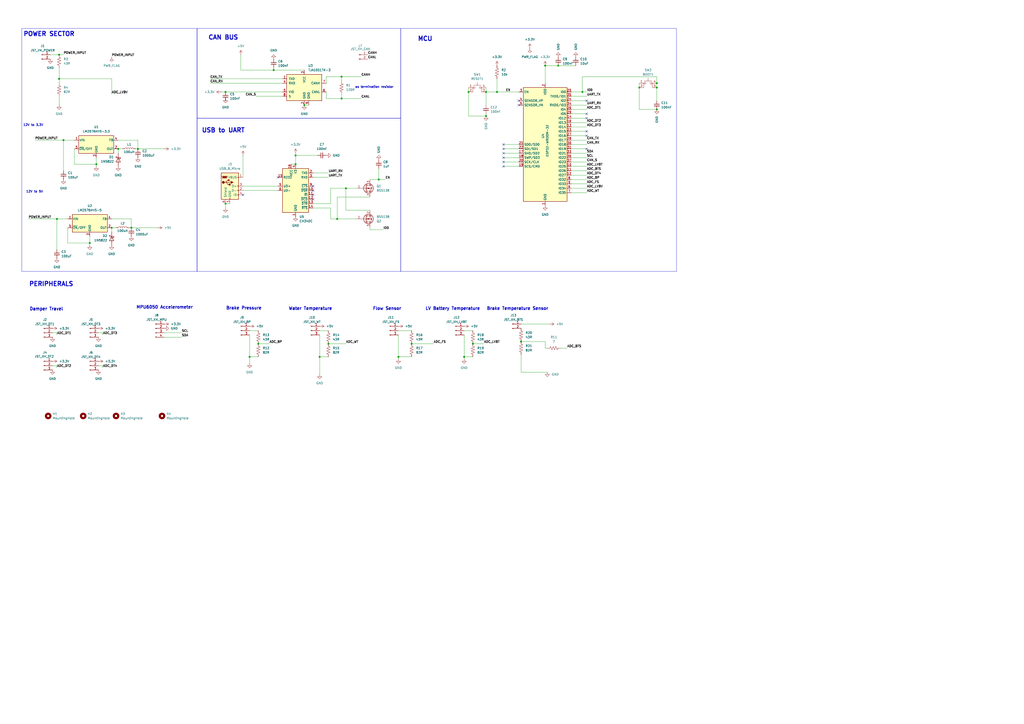
<source format=kicad_sch>
(kicad_sch (version 20231120) (generator "eeschema") (generator_version "8.0")
  (paper "A2")
  (junction (at 337.82 53.34))
  (junction (at 33.02 127))
  (junction (at 80.01 86.36))
  (junction (at 370.84 50.8))
  (junction (at 323.85 38.1))
  (junction (at 269.24 207.01))
  (junction (at 149.86 199.39))
  (junction (at 281.94 67.31))
  (junction (at 198.12 44.45))
  (junction (at 219.71 104.14))
  (junction (at 130.81 118.11))
  (junction (at 190.5 199.39))
  (junction (at 130.81 53.34))
  (junction (at 198.12 57.15))
  (junction (at 158.75 40.64))
  (junction (at 238.76 199.39))
  (junction (at 271.78 53.34))
  (junction (at 171.45 90.17))
  (junction (at 76.2 132.08))
  (junction (at 52.07 140.97))
  (junction (at 34.29 45.72))
  (junction (at 144.78 207.01))
  (junction (at 68.58 86.36))
  (junction (at 231.14 207.01))
  (junction (at 176.53 60.96))
  (junction (at 64.77 132.08))
  (junction (at 381 63.5))
  (junction (at 381 48.26))
  (junction (at 288.29 53.34))
  (junction (at 274.32 199.39))
  (junction (at 195.58 127))
  (junction (at 36.83 81.28))
  (junction (at 55.88 95.25))
  (junction (at 316.23 38.1))
  (junction (at 200.66 109.22))
  (junction (at 34.29 31.75))
  (junction (at 185.42 207.01))
  (junction (at 171.45 95.25))
  (junction (at 281.94 53.34))
  (junction (at 302.26 198.12))
  (junction (at 381 50.8))
  (no_connect (at 340.36 68.58))
  (no_connect (at 300.99 60.96))
  (no_connect (at 181.61 110.49))
  (no_connect (at 340.36 66.04))
  (no_connect (at 292.1 88.9))
  (no_connect (at 292.1 91.44))
  (no_connect (at 292.1 93.98))
  (no_connect (at 181.61 107.95))
  (no_connect (at 181.61 115.57))
  (no_connect (at 340.36 58.42))
  (no_connect (at 292.1 96.52))
  (no_connect (at 292.1 83.82))
  (no_connect (at 300.99 58.42))
  (no_connect (at 340.36 76.2))
  (no_connect (at 161.29 102.87))
  (no_connect (at 292.1 86.36))
  (no_connect (at 340.36 86.36))
  (no_connect (at 340.36 78.74))
  (no_connect (at 140.97 113.03))
  (no_connect (at 181.61 113.03))
  (wire (pts (xy 331.47 88.9) (xy 340.36 88.9)))
  (wire (pts (xy 52.07 140.97) (xy 52.07 137.16)))
  (wire (pts (xy 78.74 86.36) (xy 80.01 86.36)))
  (wire (pts (xy 39.37 140.97) (xy 52.07 140.97)))
  (wire (pts (xy 207.01 127) (xy 195.58 127)))
  (wire (pts (xy 144.78 191.77) (xy 149.86 191.77)))
  (wire (pts (xy 198.12 57.15) (xy 209.55 57.15)))
  (wire (pts (xy 331.47 78.74) (xy 340.36 78.74)))
  (wire (pts (xy 331.47 83.82) (xy 340.36 83.82)))
  (wire (pts (xy 34.29 31.75) (xy 29.21 31.75)))
  (wire (pts (xy 181.61 118.11) (xy 191.77 118.11)))
  (wire (pts (xy 95.25 195.58) (xy 105.41 195.58)))
  (wire (pts (xy 34.29 60.96) (xy 34.29 55.88)))
  (wire (pts (xy 59.69 212.09) (xy 57.15 212.09)))
  (wire (pts (xy 121.92 48.26) (xy 163.83 48.26)))
  (wire (pts (xy 219.71 104.14) (xy 223.52 104.14)))
  (wire (pts (xy 189.23 57.15) (xy 198.12 57.15)))
  (wire (pts (xy 33.02 127) (xy 39.37 127)))
  (wire (pts (xy 144.78 194.31) (xy 144.78 207.01)))
  (wire (pts (xy 323.85 38.1) (xy 334.01 38.1)))
  (wire (pts (xy 59.69 194.31) (xy 59.69 193.04)))
  (wire (pts (xy 214.63 114.3) (xy 195.58 114.3)))
  (wire (pts (xy 281.94 66.04) (xy 281.94 67.31)))
  (wire (pts (xy 331.47 109.22) (xy 340.36 109.22)))
  (wire (pts (xy 337.82 44.45) (xy 381 44.45)))
  (wire (pts (xy 219.71 97.79) (xy 219.71 104.14)))
  (wire (pts (xy 231.14 207.01) (xy 231.14 208.28)))
  (wire (pts (xy 171.45 90.17) (xy 184.15 90.17)))
  (wire (pts (xy 316.23 38.1) (xy 316.23 48.26)))
  (wire (pts (xy 331.47 91.44) (xy 340.36 91.44)))
  (wire (pts (xy 331.47 96.52) (xy 340.36 96.52)))
  (wire (pts (xy 168.91 95.25) (xy 171.45 95.25)))
  (wire (pts (xy 185.42 194.31) (xy 185.42 207.01)))
  (wire (pts (xy 331.47 73.66) (xy 340.36 73.66)))
  (wire (pts (xy 128.27 53.34) (xy 130.81 53.34)))
  (wire (pts (xy 156.21 199.39) (xy 149.86 199.39)))
  (wire (pts (xy 130.81 57.15) (xy 130.81 58.42)))
  (wire (pts (xy 181.61 102.87) (xy 190.5 102.87)))
  (wire (pts (xy 331.47 60.96) (xy 340.36 60.96)))
  (wire (pts (xy 148.59 55.88) (xy 163.83 55.88)))
  (wire (pts (xy 331.47 93.98) (xy 340.36 93.98)))
  (wire (pts (xy 64.77 45.72) (xy 64.77 54.61)))
  (wire (pts (xy 33.02 212.09) (xy 30.48 212.09)))
  (wire (pts (xy 200.66 109.22) (xy 207.01 109.22)))
  (wire (pts (xy 171.45 90.17) (xy 171.45 95.25)))
  (wire (pts (xy 292.1 88.9) (xy 300.99 88.9)))
  (wire (pts (xy 269.24 207.01) (xy 274.32 207.01)))
  (wire (pts (xy 171.45 88.9) (xy 171.45 90.17)))
  (wire (pts (xy 331.47 66.04) (xy 340.36 66.04)))
  (wire (pts (xy 381 48.26) (xy 381 50.8)))
  (wire (pts (xy 59.69 193.04) (xy 57.15 193.04)))
  (wire (pts (xy 191.77 118.11) (xy 191.77 109.22)))
  (wire (pts (xy 328.93 201.93) (xy 325.12 201.93)))
  (wire (pts (xy 198.12 44.45) (xy 209.55 44.45)))
  (wire (pts (xy 68.58 86.36) (xy 71.12 86.36)))
  (wire (pts (xy 316.23 198.12) (xy 302.26 198.12)))
  (wire (pts (xy 238.76 207.01) (xy 231.14 207.01)))
  (wire (pts (xy 231.14 194.31) (xy 231.14 207.01)))
  (wire (pts (xy 144.78 207.01) (xy 149.86 207.01)))
  (wire (pts (xy 33.02 193.04) (xy 30.48 193.04)))
  (wire (pts (xy 288.29 45.72) (xy 288.29 53.34)))
  (wire (pts (xy 140.97 90.17) (xy 140.97 102.87)))
  (wire (pts (xy 269.24 194.31) (xy 269.24 207.01)))
  (wire (pts (xy 198.12 54.61) (xy 198.12 57.15)))
  (wire (pts (xy 121.92 45.72) (xy 163.83 45.72)))
  (wire (pts (xy 64.77 132.08) (xy 67.31 132.08)))
  (wire (pts (xy 55.88 96.52) (xy 55.88 95.25)))
  (wire (pts (xy 331.47 99.06) (xy 340.36 99.06)))
  (wire (pts (xy 16.51 127) (xy 33.02 127)))
  (wire (pts (xy 144.78 207.01) (xy 144.78 210.82)))
  (wire (pts (xy 331.47 63.5) (xy 340.36 63.5)))
  (wire (pts (xy 370.84 48.26) (xy 370.84 50.8)))
  (wire (pts (xy 181.61 100.33) (xy 190.5 100.33)))
  (wire (pts (xy 68.58 88.9) (xy 68.58 86.36)))
  (wire (pts (xy 331.47 101.6) (xy 340.36 101.6)))
  (wire (pts (xy 189.23 44.45) (xy 198.12 44.45)))
  (wire (pts (xy 337.82 44.45) (xy 337.82 53.34)))
  (wire (pts (xy 158.75 39.37) (xy 158.75 40.64)))
  (wire (pts (xy 269.24 191.77) (xy 274.32 191.77)))
  (wire (pts (xy 20.32 81.28) (xy 36.83 81.28)))
  (wire (pts (xy 74.93 132.08) (xy 76.2 132.08)))
  (wire (pts (xy 214.63 121.92) (xy 200.66 121.92)))
  (wire (pts (xy 189.23 44.45) (xy 189.23 48.26)))
  (wire (pts (xy 318.77 187.96) (xy 302.26 187.96)))
  (wire (pts (xy 370.84 63.5) (xy 381 63.5)))
  (wire (pts (xy 316.23 38.1) (xy 323.85 38.1)))
  (wire (pts (xy 185.42 207.01) (xy 190.5 207.01)))
  (wire (pts (xy 34.29 45.72) (xy 34.29 39.37)))
  (wire (pts (xy 292.1 93.98) (xy 300.99 93.98)))
  (wire (pts (xy 130.81 53.34) (xy 163.83 53.34)))
  (wire (pts (xy 195.58 114.3) (xy 195.58 127)))
  (wire (pts (xy 139.7 31.75) (xy 139.7 40.64)))
  (wire (pts (xy 214.63 132.08) (xy 214.63 133.35)))
  (wire (pts (xy 292.1 83.82) (xy 300.99 83.82)))
  (wire (pts (xy 185.42 207.01) (xy 185.42 217.17)))
  (wire (pts (xy 288.29 53.34) (xy 281.94 53.34)))
  (wire (pts (xy 337.82 53.34) (xy 340.36 53.34)))
  (wire (pts (xy 302.26 215.9) (xy 317.5 215.9)))
  (wire (pts (xy 52.07 142.24) (xy 52.07 140.97)))
  (wire (pts (xy 59.69 213.36) (xy 59.69 212.09)))
  (wire (pts (xy 76.2 132.08) (xy 76.2 127)))
  (wire (pts (xy 292.1 91.44) (xy 300.99 91.44)))
  (wire (pts (xy 140.97 107.95) (xy 161.29 107.95)))
  (wire (pts (xy 33.02 127) (xy 33.02 144.78)))
  (wire (pts (xy 281.94 50.8) (xy 281.94 53.34)))
  (wire (pts (xy 292.1 86.36) (xy 300.99 86.36)))
  (wire (pts (xy 331.47 76.2) (xy 340.36 76.2)))
  (wire (pts (xy 80.01 81.28) (xy 68.58 81.28)))
  (wire (pts (xy 80.01 86.36) (xy 80.01 81.28)))
  (wire (pts (xy 238.76 199.39) (xy 251.46 199.39)))
  (wire (pts (xy 331.47 81.28) (xy 340.36 81.28)))
  (wire (pts (xy 271.78 53.34) (xy 271.78 67.31)))
  (wire (pts (xy 33.02 194.31) (xy 33.02 193.04)))
  (wire (pts (xy 189.23 57.15) (xy 189.23 53.34)))
  (wire (pts (xy 331.47 104.14) (xy 340.36 104.14)))
  (wire (pts (xy 39.37 132.08) (xy 39.37 140.97)))
  (wire (pts (xy 381 48.26) (xy 381 44.45)))
  (wire (pts (xy 331.47 106.68) (xy 340.36 106.68)))
  (wire (pts (xy 269.24 207.01) (xy 269.24 208.28)))
  (wire (pts (xy 64.77 134.62) (xy 64.77 132.08)))
  (wire (pts (xy 191.77 109.22) (xy 200.66 109.22)))
  (wire (pts (xy 36.83 81.28) (xy 43.18 81.28)))
  (wire (pts (xy 195.58 127) (xy 191.77 127)))
  (wire (pts (xy 316.23 201.93) (xy 316.23 198.12)))
  (wire (pts (xy 198.12 46.99) (xy 198.12 44.45)))
  (wire (pts (xy 370.84 50.8) (xy 370.84 63.5)))
  (wire (pts (xy 76.2 127) (xy 64.77 127)))
  (wire (pts (xy 43.18 95.25) (xy 55.88 95.25)))
  (wire (pts (xy 214.63 104.14) (xy 219.71 104.14)))
  (wire (pts (xy 331.47 53.34) (xy 337.82 53.34)))
  (wire (pts (xy 331.47 55.88) (xy 340.36 55.88)))
  (wire (pts (xy 271.78 50.8) (xy 271.78 53.34)))
  (wire (pts (xy 130.81 120.65) (xy 130.81 118.11)))
  (wire (pts (xy 140.97 110.49) (xy 161.29 110.49)))
  (wire (pts (xy 331.47 68.58) (xy 340.36 68.58)))
  (wire (pts (xy 95.25 193.04) (xy 105.41 193.04)))
  (wire (pts (xy 281.94 53.34) (xy 281.94 60.96)))
  (wire (pts (xy 76.2 132.08) (xy 91.44 132.08)))
  (wire (pts (xy 33.02 213.36) (xy 33.02 212.09)))
  (wire (pts (xy 231.14 191.77) (xy 238.76 191.77)))
  (wire (pts (xy 43.18 86.36) (xy 43.18 95.25)))
  (wire (pts (xy 55.88 95.25) (xy 55.88 91.44)))
  (wire (pts (xy 274.32 199.39) (xy 280.67 199.39)))
  (wire (pts (xy 176.53 60.96) (xy 179.07 60.96)))
  (wire (pts (xy 191.77 127) (xy 191.77 120.65)))
  (wire (pts (xy 381 50.8) (xy 381 58.42)))
  (wire (pts (xy 271.78 67.31) (xy 281.94 67.31)))
  (wire (pts (xy 34.29 45.72) (xy 64.77 45.72)))
  (wire (pts (xy 200.66 121.92) (xy 200.66 109.22)))
  (wire (pts (xy 302.26 205.74) (xy 302.26 215.9)))
  (wire (pts (xy 191.77 120.65) (xy 181.61 120.65)))
  (wire (pts (xy 288.29 53.34) (xy 300.99 53.34)))
  (wire (pts (xy 36.83 81.28) (xy 36.83 99.06)))
  (wire (pts (xy 185.42 191.77) (xy 190.5 191.77)))
  (wire (pts (xy 214.63 133.35) (xy 222.25 133.35)))
  (wire (pts (xy 130.81 118.11) (xy 133.35 118.11)))
  (wire (pts (xy 331.47 71.12) (xy 340.36 71.12)))
  (wire (pts (xy 80.01 86.36) (xy 95.25 86.36)))
  (wire (pts (xy 190.5 199.39) (xy 200.66 199.39)))
  (wire (pts (xy 331.47 111.76) (xy 340.36 111.76)))
  (wire (pts (xy 331.47 58.42) (xy 340.36 58.42)))
  (wire (pts (xy 139.7 40.64) (xy 158.75 40.64)))
  (wire (pts (xy 34.29 48.26) (xy 34.29 45.72)))
  (wire (pts (xy 292.1 96.52) (xy 300.99 96.52)))
  (wire (pts (xy 331.47 86.36) (xy 340.36 86.36)))
  (wire (pts (xy 36.83 31.75) (xy 34.29 31.75)))
  (wire (pts (xy 158.75 40.64) (xy 176.53 40.64)))
  (wire (pts (xy 316.23 201.93) (xy 317.5 201.93)))
  (rectangle (start 114.3 68.58) (end 232.41 157.48))
  (rectangle (start 12.7 16.51) (end 114.3 157.48))
  (rectangle (start 232.41 16.51) (end 392.43 157.48))
  (rectangle (start 114.3 16.51) (end 232.41 68.58))
  (text "PERIPHERALS" (at 29.718 164.846 0) (effects (font (size 2.54 2.54) (bold yes))))
  (text "as termination resistor" (at 217.17 50.546 0) (effects (font (size 1.27 1.27) (bold yes))))
  (text "12V to 3.3V" (at 19.304 72.644 0) (effects (font (size 1.27 1.27) (bold yes))))
  (text "CAN BUS" (at 129.54 21.844 0) (effects (font (size 2.54 2.54) (bold yes))))
  (text "POWER SECTOR" (at 28.448 19.812 0) (effects (font (size 2.54 2.54) (bold yes))))
  (text "12V to 5V" (at 20.066 111.252 0) (effects (font (size 1.27 1.27) (bold yes))))
  (text "Flow Sensor" (at 224.536 179.07 0) (effects (font (size 1.778 1.778) (bold yes))))
  (text "Brake Temperature Sensor" (at 300.228 179.07 0) (effects (font (size 1.778 1.778) (bold yes))))
  (text "Brake Pressure" (at 141.478 178.816 0) (effects (font (size 1.778 1.778) (bold yes))))
  (text "MPU6050 Accelerometer" (at 95.504 178.308 0) (effects (font (size 1.778 1.778) (bold yes))))
  (text "MCU" (at 246.634 22.606 0) (effects (font (size 2.54 2.54) (bold yes))))
  (text "Water Temperature" (at 180.086 179.07 0) (effects (font (size 1.778 1.778) (bold yes))))
  (text "USB to UART" (at 129.54 75.692 0) (effects (font (size 2.54 2.54) (bold yes))))
  (text "Damper Travel" (at 26.924 179.324 0) (effects (font (size 1.778 1.778) (bold yes))))
  (text "LV Battery Temperature" (at 262.636 179.07 0) (effects (font (size 1.778 1.778) (bold yes))))
  (label "SDA" (at 105.41 195.58 0) (effects (font (bold yes))))
  (label "ADC_DT1" (at 33.02 194.31 0) (effects (font (bold yes))))
  (label "IO0" (at 222.25 133.35 0) (effects (font (bold yes))))
  (label "UART_RX" (at 340.36 60.96 0) (effects (font (bold yes))))
  (label "ADC_BP" (at 156.21 199.39 0) (effects (font (bold yes))))
  (label "ADC_LVBV" (at 340.36 109.22 0) (effects (font (bold yes))))
  (label "ADC_LVBT" (at 340.36 96.52 0) (effects (font (bold yes))))
  (label "ADC_DT2" (at 33.02 213.36 0) (effects (font (bold yes))))
  (label "CAN_TX" (at 121.92 45.72 0) (effects (font (bold yes))))
  (label "EN" (at 223.52 104.14 0) (effects (font (bold yes))))
  (label "POWER_INPUT" (at 64.77 33.02 0) (effects (font (bold yes))))
  (label "UART_RX" (at 190.5 100.33 0) (effects (font (bold yes))))
  (label "EN" (at 293.37 53.34 0) (effects (font (bold yes))))
  (label "ADC_FS" (at 340.36 106.68 0) (effects (font (bold yes))))
  (label "ADC_DT2" (at 340.36 71.12 0) (effects (font (bold yes))))
  (label "UART_TX" (at 340.36 55.88 0) (effects (font (bold yes))))
  (label "UART_TX" (at 190.5 102.87 0) (effects (font (bold yes))))
  (label "ADC_BP" (at 340.36 104.14 0) (effects (font (bold yes))))
  (label "SCL" (at 340.36 91.44 0) (effects (font (bold yes))))
  (label "CAN_S" (at 340.36 93.98 0) (effects (font (bold yes))))
  (label "ADC_DT1" (at 340.36 63.5 0) (effects (font (bold yes))))
  (label "CANL" (at 213.36 34.29 0) (effects (font (bold yes))))
  (label "ADC_DT3" (at 340.36 73.66 0) (effects (font (bold yes))))
  (label "IO0" (at 340.36 53.34 0) (effects (font (bold yes))))
  (label "CAN_RX" (at 340.36 83.82 0) (effects (font (bold yes))))
  (label "SCL" (at 105.41 193.04 0) (effects (font (bold yes))))
  (label "CANL" (at 209.55 57.15 0) (effects (font (bold yes))))
  (label "ADC_LVBV" (at 64.77 54.61 0) (effects (font (bold yes))))
  (label "CAN_TX" (at 340.36 81.28 0) (effects (font (bold yes))))
  (label "POWER_INPUT" (at 16.51 127 0) (effects (font (bold yes))))
  (label "ADC_WT" (at 340.36 111.76 0) (effects (font (bold yes))))
  (label "ADC_DT4" (at 59.69 213.36 0) (effects (font (bold yes))))
  (label "ADC_WT" (at 200.66 199.39 0) (effects (font (bold yes))))
  (label "ADC_BTS" (at 328.93 201.93 0) (effects (font (bold yes))))
  (label "ADC_LVBT" (at 280.67 199.39 0) (effects (font (bold yes))))
  (label "POWER_INPUT" (at 36.83 31.75 0) (effects (font (bold yes))))
  (label "POWER_INPUT" (at 20.32 81.28 0) (effects (font (bold yes))))
  (label "ADC_BTS" (at 340.36 99.06 0) (effects (font (bold yes))))
  (label "CANH" (at 209.55 44.45 0) (effects (font (bold yes))))
  (label "ADC_DT4" (at 340.36 101.6 0) (effects (font (bold yes))))
  (label "CANH" (at 213.36 31.75 0) (effects (font (bold yes))))
  (label "SDA" (at 340.36 88.9 0) (effects (font (bold yes))))
  (label "ADC_FS" (at 251.46 199.39 0) (effects (font (bold yes))))
  (label "ADC_DT3" (at 59.69 194.31 0) (effects (font (bold yes))))
  (label "CAN_S" (at 148.59 55.88 180) (effects (font (bold yes))))
  (label "CAN_RX" (at 121.92 48.26 0) (effects (font (bold yes))))
  (symbol (lib_id "Mechanical:MountingHole") (at 93.98 241.3 0) (unit 1) (exclude_from_sim yes) (in_bom no)
    (property "Reference" "H4" (at 96.52 240.0299 0) (effects (justify left)))
    (property "Value" "MountingHole" (at 96.52 242.5699 0) (effects (justify left)))
    (property "Footprint" "MountingHole:MountingHole_3.2mm_M3" (effects (hide yes)))
    (property "Description" "Mounting Hole without connection" (effects (hide yes)))
  )
  (symbol (lib_id "power:GND") (at 130.81 57.15 0) (unit 1)
    (property "Reference" "#PWR013" (effects (hide yes)))
    (property "Value" "GND" (at 130.81 62.23 0))
    (property "Description" "Power symbol creates a global label with name \"GND\" , ground" (effects (hide yes)))
  )
  (symbol (lib_id "Interface_USB:CH340C") (at 171.45 110.49 0) (unit 1)
    (property "Reference" "U5" (at 173.6441 125.73 0) (effects (justify left)))
    (property "Value" "CH340C" (at 173.6441 128.27 0) (effects (justify left)))
    (property "Footprint" "Package_SO:SOIC-16_3.9x9.9mm_P1.27mm" (effects (hide yes)))
    (property "Datasheet" "https://datasheet.lcsc.com/szlcsc/Jiangsu-Qin-Heng-CH340C_C84681.pdf" (effects (hide yes)))
    (property "Description" "USB serial converter, crystal-less, UART, SOIC-16" (effects (hide yes)))
  )
  (symbol (lib_id "Mechanical:MountingHole") (at 67.31 241.3 0) (unit 1) (exclude_from_sim yes) (in_bom no)
    (property "Reference" "H3" (at 69.85 240.0299 0) (effects (justify left)))
    (property "Value" "MountingHole" (at 69.85 242.5699 0) (effects (justify left)))
    (property "Footprint" "MountingHole:MountingHole_3.2mm_M3" (effects (hide yes)))
    (property "Description" "Mounting Hole without connection" (effects (hide yes)))
  )
  (symbol (lib_id "Device:R_US") (at 302.26 201.93 0) (unit 1)
    (property "Reference" "R21" (at 304.8 200.6599 0) (effects (justify left)))
    (property "Value" "82R" (at 304.8 203.1999 0) (effects (justify left)))
    (property "Footprint" "Resistor_SMD:R_0805_2012Metric_Pad1.20x1.40mm_HandSolder" (effects (hide yes)))
    (property "Description" "Resistor, US symbol" (effects (hide yes)))
  )
  (symbol (lib_id "power:+3.3V") (at 95.25 86.36 270) (unit 1)
    (property "Reference" "#PWR06" (effects (hide yes)))
    (property "Value" "+3.3V" (at 99.06 86.3599 90) (effects (justify left)))
    (property "Description" "Power symbol creates a global label with name \"+3.3V\"" (effects (hide yes)))
  )
  (symbol (lib_id "power:+5V") (at 269.24 189.23 270) (unit 1)
    (property "Reference" "#PWR043" (effects (hide yes)))
    (property "Value" "+5V" (at 273.05 189.23 90) (effects (justify left)))
    (property "Description" "Power symbol creates a global label with name \"+5V\"" (effects (hide yes)))
  )
  (symbol (lib_id "Device:R_US") (at 321.31 201.93 90) (unit 1)
    (property "Reference" "R11" (at 321.31 195.58 90))
    (property "Value" "?" (at 321.31 198.12 90))
    (property "Footprint" "Resistor_SMD:R_0805_2012Metric_Pad1.20x1.40mm_HandSolder" (effects (hide yes)))
    (property "Description" "Resistor, US symbol" (effects (hide yes)))
  )
  (symbol (lib_id "Device:C_Small") (at 158.75 36.83 180) (unit 1)
    (property "Reference" "C6" (at 161.29 35.5535 0) (effects (justify right)))
    (property "Value" "100nF" (at 161.29 38.0935 0) (effects (justify right)))
    (property "Footprint" "Capacitor_SMD:C_0805_2012Metric_Pad1.18x1.45mm_HandSolder" (effects (hide yes)))
    (property "Description" "Unpolarized capacitor, small symbol" (effects (hide yes)))
  )
  (symbol (lib_id "power:GND") (at 30.48 214.63 0) (unit 1)
    (property "Reference" "#PWR036" (effects (hide yes)))
    (property "Value" "GND" (at 30.48 219.71 0))
    (property "Description" "Power symbol creates a global label with name \"GND\" , ground" (effects (hide yes)))
  )
  (symbol (lib_id "power:+3.3V") (at 128.27 53.34 90) (unit 1)
    (property "Reference" "#PWR017" (effects (hide yes)))
    (property "Value" "+3.3V" (at 124.46 53.3399 90) (effects (justify left)))
    (property "Description" "Power symbol creates a global label with name \"+3.3V\"" (effects (hide yes)))
  )
  (symbol (lib_id "Regulator_Switching:LM2576HVS-3.3") (at 55.88 83.82 0) (unit 1)
    (property "Reference" "U1" (at 55.88 73.66 0))
    (property "Value" "LM2576HVS-3.3" (at 55.88 76.2 0))
    (property "Footprint" "Package_TO_SOT_SMD:TO-263-5_TabPin3" (effects (hide yes)))
    (property "Datasheet" "http://www.ti.com/lit/ds/symlink/lm2576.pdf" (effects (hide yes)))
    (property "Description" "3.3V, 3A, SIMPLE SWITCHER® Step-Down Voltage Regulator, High Voltage Input, TO-263" (effects (hide yes)))
  )
  (symbol (lib_id "Device:C_Small") (at 130.81 55.88 0) (unit 1)
    (property "Reference" "C5" (at 133.35 54.6162 0) (effects (justify left)))
    (property "Value" "100nF" (at 133.35 57.1562 0) (effects (justify left)))
    (property "Footprint" "Capacitor_SMD:C_0805_2012Metric_Pad1.18x1.45mm_HandSolder" (effects (hide yes)))
    (property "Description" "Unpolarized capacitor, small symbol" (effects (hide yes)))
  )
  (symbol (lib_id "power:+3.3V") (at 57.15 190.5 270) (unit 1)
    (property "Reference" "#PWR033" (effects (hide yes)))
    (property "Value" "+3.3V" (at 60.96 190.4999 90) (effects (justify left)))
    (property "Description" "Power symbol creates a global label with name \"+3.3V\"" (effects (hide yes)))
  )
  (symbol (lib_id "Device:L") (at 74.93 86.36 90) (unit 1)
    (property "Reference" "L1" (at 74.93 83.82 90))
    (property "Value" "100uH" (at 74.93 88.138 90))
    (property "Footprint" "Inductor_SMD:L_0805_2012Metric_Pad1.15x1.40mm_HandSolder" (effects (hide yes)))
    (property "Description" "Inductor" (effects (hide yes)))
  )
  (symbol (lib_id "Diode:1N5822") (at 64.77 138.43 90) (mirror x) (unit 1)
    (property "Reference" "D2" (at 62.23 136.8424 90) (effects (justify left)))
    (property "Value" "1N5822" (at 62.23 139.3824 90) (effects (justify left)))
    (property "Footprint" "Diode_THT:D_DO-201AD_P15.24mm_Horizontal" (effects (hide yes)))
    (property "Datasheet" "http://www.vishay.com/docs/88526/1n5820.pdf" (effects (hide yes)))
    (property "Description" "40V 3A Schottky Barrier Rectifier Diode, DO-201AD" (effects (hide yes)))
  )
  (symbol (lib_id "power:GND") (at 189.23 90.17 90) (unit 1)
    (property "Reference" "#PWR018" (effects (hide yes)))
    (property "Value" "GND" (at 193.04 90.1699 90) (effects (justify right)))
    (property "Description" "Power symbol creates a global label with name \"GND\" , ground" (effects (hide yes)))
  )
  (symbol (lib_id "power:GND") (at 29.21 34.29 0) (unit 1)
    (property "Reference" "#PWR01" (effects (hide yes)))
    (property "Value" "GND" (at 29.21 39.37 0))
    (property "Description" "Power symbol creates a global label with name \"GND\" , ground" (effects (hide yes)))
  )
  (symbol (lib_id "Device:C_Small") (at 80.01 88.9 0) (unit 1)
    (property "Reference" "C2" (at 82.55 87.6362 0) (effects (justify left)))
    (property "Value" "1000uF" (at 82.55 90.1762 0) (effects (justify left)))
    (property "Footprint" "Capacitor_SMD:C_0805_2012Metric_Pad1.18x1.45mm_HandSolder" (effects (hide yes)))
    (property "Description" "Unpolarized capacitor, small symbol" (effects (hide yes)))
  )
  (symbol (lib_id "Connector:Conn_01x03_Pin") (at 180.34 191.77 0) (unit 1)
    (property "Reference" "J10" (at 180.975 184.15 0))
    (property "Value" "JST_XH_WT" (at 180.975 186.69 0))
    (property "Footprint" "Connector_JST:JST_XH_B3B-XH-AM_1x03_P2.50mm_Vertical" (effects (hide yes)))
    (property "Description" "Generic connector, single row, 01x03, script generated" (effects (hide yes)))
  )
  (symbol (lib_id "Device:C_Small") (at 219.71 95.25 180) (unit 1)
    (property "Reference" "C8" (at 222.25 93.9735 0) (effects (justify right)))
    (property "Value" "1uF" (at 222.25 96.5135 0) (effects (justify right)))
    (property "Footprint" "Capacitor_SMD:C_0805_2012Metric_Pad1.18x1.45mm_HandSolder" (effects (hide yes)))
    (property "Description" "Unpolarized capacitor, small symbol" (effects (hide yes)))
  )
  (symbol (lib_id "power:PWR_FLAG") (at 64.77 33.02 180) (unit 1)
    (property "Reference" "#FLG01" (effects (hide yes)))
    (property "Value" "PWR_FLAG" (at 64.77 38.1 0))
    (property "Description" "Special symbol for telling ERC where power comes from" (effects (hide yes)))
  )
  (symbol (lib_id "power:GND") (at 323.85 33.02 180) (unit 1)
    (property "Reference" "#PWR024" (effects (hide yes)))
    (property "Value" "GND" (at 323.8499 29.21 90) (effects (justify right)))
    (property "Description" "Power symbol creates a global label with name \"GND\" , ground" (effects (hide yes)))
  )
  (symbol (lib_id "Connector:Conn_01x04_Pin") (at 90.17 190.5 0) (unit 1)
    (property "Reference" "J8" (at 90.805 182.88 0))
    (property "Value" "JST_XH_MPU" (at 90.805 185.42 0))
    (property "Footprint" "Connector_JST:JST_XH_B4B-XH-AM_1x04_P2.50mm_Vertical" (effects (hide yes)))
    (property "Description" "Generic connector, single row, 01x04, script generated" (effects (hide yes)))
  )
  (symbol (lib_id "power:GND") (at 269.24 208.28 0) (unit 1)
    (property "Reference" "#PWR045" (effects (hide yes)))
    (property "Value" "GND" (at 269.24 213.36 0))
    (property "Description" "Power symbol creates a global label with name \"GND\" , ground" (effects (hide yes)))
  )
  (symbol (lib_id "power:GND") (at 52.07 142.24 0) (unit 1)
    (property "Reference" "#PWR08" (effects (hide yes)))
    (property "Value" "GND" (at 52.07 147.32 0))
    (property "Description" "Power symbol creates a global label with name \"GND\" , ground" (effects (hide yes)))
  )
  (symbol (lib_id "Device:C_Small") (at 36.83 101.6 0) (unit 1)
    (property "Reference" "C1" (at 39.37 100.3362 0) (effects (justify left)))
    (property "Value" "100uF" (at 39.37 102.8762 0) (effects (justify left)))
    (property "Footprint" "Capacitor_SMD:C_0805_2012Metric_Pad1.18x1.45mm_HandSolder" (effects (hide yes)))
    (property "Description" "Unpolarized capacitor, small symbol" (effects (hide yes)))
  )
  (symbol (lib_id "Device:R_US") (at 274.32 195.58 0) (unit 1)
    (property "Reference" "R18" (at 276.86 194.3099 0) (effects (justify left)))
    (property "Value" "43R" (at 276.86 196.8499 0) (effects (justify left)))
    (property "Footprint" "Resistor_SMD:R_0805_2012Metric_Pad1.20x1.40mm_HandSolder" (effects (hide yes)))
    (property "Description" "Resistor, US symbol" (effects (hide yes)))
  )
  (symbol (lib_id "power:GND") (at 36.83 104.14 0) (unit 1)
    (property "Reference" "#PWR03" (effects (hide yes)))
    (property "Value" "GND" (at 36.83 109.22 0))
    (property "Description" "Power symbol creates a global label with name \"GND\" , ground" (effects (hide yes)))
  )
  (symbol (lib_id "Connector:Conn_01x03_Pin") (at 264.16 191.77 0) (unit 1)
    (property "Reference" "J12" (at 264.795 184.15 0))
    (property "Value" "JST_XH_LVBT" (at 264.795 186.69 0))
    (property "Footprint" "Connector_JST:JST_XH_B3B-XH-AM_1x03_P2.50mm_Vertical" (effects (hide yes)))
    (property "Description" "Generic connector, single row, 01x03, script generated" (effects (hide yes)))
  )
  (symbol (lib_id "Device:L") (at 71.12 132.08 90) (unit 1)
    (property "Reference" "L2" (at 71.12 129.54 90))
    (property "Value" "100uH" (at 71.12 133.858 90))
    (property "Footprint" "Inductor_SMD:L_0805_2012Metric_Pad1.15x1.40mm_HandSolder" (effects (hide yes)))
    (property "Description" "Inductor" (effects (hide yes)))
  )
  (symbol (lib_id "Device:C_Small") (at 323.85 35.56 180) (unit 1)
    (property "Reference" "C9" (at 326.39 34.2835 0) (effects (justify right)))
    (property "Value" "100nF" (at 326.39 36.8235 0) (effects (justify right)))
    (property "Footprint" "Capacitor_SMD:C_0805_2012Metric_Pad1.18x1.45mm_HandSolder" (effects (hide yes)))
    (property "Description" "Unpolarized capacitor, small symbol" (effects (hide yes)))
  )
  (symbol (lib_id "Connector:Conn_01x03_Pin") (at 139.7 191.77 0) (unit 1)
    (property "Reference" "J9" (at 140.335 184.15 0))
    (property "Value" "JST_XH_BP" (at 140.335 186.69 0))
    (property "Footprint" "Connector_JST:JST_XH_B3B-XH-AM_1x03_P2.50mm_Vertical" (effects (hide yes)))
    (property "Description" "Generic connector, single row, 01x03, script generated" (effects (hide yes)))
  )
  (symbol (lib_id "power:+3.3V") (at 288.29 38.1 0) (unit 1)
    (property "Reference" "#PWR023" (effects (hide yes)))
    (property "Value" "+3.3V" (at 288.29 33.02 0))
    (property "Description" "Power symbol creates a global label with name \"+3.3V\"" (effects (hide yes)))
  )
  (symbol (lib_id "power:GND") (at 68.58 96.52 0) (unit 1)
    (property "Reference" "#PWR04" (effects (hide yes)))
    (property "Value" "GND" (at 68.58 101.6 0))
    (property "Description" "Power symbol creates a global label with name \"GND\" , ground" (effects (hide yes)))
  )
  (symbol (lib_id "power:PWR_FLAG") (at 307.34 27.94 180) (unit 1)
    (property "Reference" "#FLG02" (effects (hide yes)))
    (property "Value" "PWR_FLAG" (at 307.34 33.02 0))
    (property "Description" "Special symbol for telling ERC where power comes from" (effects (hide yes)))
  )
  (symbol (lib_id "power:GND") (at 34.29 60.96 0) (unit 1)
    (property "Reference" "#PWR049" (effects (hide yes)))
    (property "Value" "GND" (at 34.29 66.04 0))
    (property "Description" "Power symbol creates a global label with name \"GND\" , ground" (effects (hide yes)))
  )
  (symbol (lib_id "Device:R_US") (at 238.76 195.58 0) (unit 1)
    (property "Reference" "R16" (at 241.3 194.3099 0) (effects (justify left)))
    (property "Value" "43R" (at 241.3 196.8499 0) (effects (justify left)))
    (property "Footprint" "Resistor_SMD:R_0805_2012Metric_Pad1.20x1.40mm_HandSolder" (effects (hide yes)))
    (property "Description" "Resistor, US symbol" (effects (hide yes)))
  )
  (symbol (lib_id "Device:R_US") (at 149.86 195.58 0) (unit 1)
    (property "Reference" "R13" (at 152.4 194.3099 0) (effects (justify left)))
    (property "Value" "43R" (at 152.4 196.8499 0) (effects (justify left)))
    (property "Footprint" "Resistor_SMD:R_0805_2012Metric_Pad1.20x1.40mm_HandSolder" (effects (hide yes)))
    (property "Description" "Resistor, US symbol" (effects (hide yes)))
  )
  (symbol (lib_id "power:GND") (at 171.45 125.73 0) (unit 1)
    (property "Reference" "#PWR021" (effects (hide yes)))
    (property "Value" "GND" (at 171.45 130.81 0))
    (property "Description" "Power symbol creates a global label with name \"GND\" , ground" (effects (hide yes)))
  )
  (symbol (lib_id "power:+3.3V") (at 316.23 38.1 0) (unit 1)
    (property "Reference" "#PWR030" (effects (hide yes)))
    (property "Value" "+3.3V" (at 316.23 33.02 0))
    (property "Description" "Power symbol creates a global label with name \"+3.3V\"" (effects (hide yes)))
  )
  (symbol (lib_id "Transistor_FET:BSS138") (at 212.09 127 0) (mirror x) (unit 1)
    (property "Reference" "Q2" (at 218.44 128.2701 0) (effects (justify left)))
    (property "Value" "BSS138" (at 218.44 125.7301 0) (effects (justify left)))
    (property "Footprint" "Package_TO_SOT_SMD:SOT-23" (effects (hide yes)))
    (property "Datasheet" "https://www.onsemi.com/pub/Collateral/BSS138-D.PDF" (effects (hide yes)))
    (property "Description" "50V Vds, 0.22A Id, N-Channel MOSFET, SOT-23" (effects (hide yes)))
  )
  (symbol (lib_id "Switch:SW_MEC_5E") (at 276.86 53.34 0) (unit 1)
    (property "Reference" "SW1" (at 276.86 43.18 0))
    (property "Value" "RESET1" (at 276.86 45.72 0))
    (property "Footprint" "Button_Switch_SMD:SW_MEC_5GSH9" (effects (hide yes)))
    (property "Datasheet" "http://www.apem.com/int/index.php?controller=attachment&id_attachment=1371" (effects (hide yes)))
    (property "Description" "MEC 5E single pole normally-open tactile switch" (effects (hide yes)))
  )
  (symbol (lib_id "Device:R_US") (at 34.29 52.07 0) (unit 1)
    (property "Reference" "R4" (at 36.83 50.7999 0) (effects (justify left)))
    (property "Value" "82R" (at 36.83 53.3399 0) (effects (justify left)))
    (property "Footprint" "Resistor_SMD:R_0805_2012Metric_Pad1.20x1.40mm_HandSolder" (effects (hide yes)))
    (property "Description" "Resistor, US symbol" (effects (hide yes)))
  )
  (symbol (lib_id "Connector:Conn_01x02_Pin") (at 297.18 187.96 0) (unit 1)
    (property "Reference" "J13" (at 297.815 182.88 0))
    (property "Value" "JST_XH_BTS" (at 297.815 185.42 0))
    (property "Footprint" "Connector_JST:JST_XH_B2B-XH-AM_1x02_P2.50mm_Vertical" (effects (hide yes)))
    (property "Description" "Generic connector, single row, 01x02, script generated" (effects (hide yes)))
  )
  (symbol (lib_id "power:GND") (at 316.23 119.38 0) (unit 1)
    (property "Reference" "#PWR029" (effects (hide yes)))
    (property "Value" "GND" (at 316.23 124.46 0))
    (property "Description" "Power symbol creates a global label with name \"GND\" , ground" (effects (hide yes)))
  )
  (symbol (lib_id "Transistor_FET:BSS138") (at 212.09 109.22 0) (unit 1)
    (property "Reference" "Q1" (at 218.44 107.9499 0) (effects (justify left)))
    (property "Value" "BSS138" (at 218.44 110.4899 0) (effects (justify left)))
    (property "Footprint" "Package_TO_SOT_SMD:SOT-23" (effects (hide yes)))
    (property "Datasheet" "https://www.onsemi.com/pub/Collateral/BSS138-D.PDF" (effects (hide yes)))
    (property "Description" "50V Vds, 0.22A Id, N-Channel MOSFET, SOT-23" (effects (hide yes)))
  )
  (symbol (lib_id "power:+5V") (at 144.78 189.23 270) (unit 1)
    (property "Reference" "#PWR047" (effects (hide yes)))
    (property "Value" "+5V" (at 148.59 189.2299 90) (effects (justify left)))
    (property "Description" "Power symbol creates a global label with name \"+5V\"" (effects (hide yes)))
  )
  (symbol (lib_id "power:GND") (at 76.2 137.16 0) (unit 1)
    (property "Reference" "#PWR010" (effects (hide yes)))
    (property "Value" "GND" (at 76.2 142.24 0))
    (property "Description" "Power symbol creates a global label with name \"GND\" , ground" (effects (hide yes)))
  )
  (symbol (lib_id "power:GND") (at 130.81 120.65 0) (unit 1)
    (property "Reference" "#PWR020" (effects (hide yes)))
    (property "Value" "GND" (at 130.81 125.73 0))
    (property "Description" "Power symbol creates a global label with name \"GND\" , ground" (effects (hide yes)))
  )
  (symbol (lib_id "power:GND") (at 57.15 195.58 0) (unit 1)
    (property "Reference" "#PWR037" (effects (hide yes)))
    (property "Value" "GND" (at 57.15 200.66 0))
    (property "Description" "Power symbol creates a global label with name \"GND\" , ground" (effects (hide yes)))
  )
  (symbol (lib_id "Connector:Conn_01x03_Pin") (at 52.07 212.09 0) (unit 1)
    (property "Reference" "J6" (at 52.705 204.47 0))
    (property "Value" "JST_XH_DT4" (at 52.705 207.01 0))
    (property "Footprint" "Connector_JST:JST_XH_B3B-XH-AM_1x03_P2.50mm_Vertical" (effects (hide yes)))
    (property "Description" "Generic connector, single row, 01x03, script generated" (effects (hide yes)))
  )
  (symbol (lib_id "Connector:Conn_01x03_Pin") (at 226.06 191.77 0) (unit 1)
    (property "Reference" "J11" (at 226.695 184.15 0))
    (property "Value" "JST_XH_FS" (at 226.695 186.69 0))
    (property "Footprint" "Connector_JST:JST_XH_B3B-XH-AM_1x03_P2.50mm_Vertical" (effects (hide yes)))
    (property "Description" "Generic connector, single row, 01x03, script generated" (effects (hide yes)))
  )
  (symbol (lib_id "power:GND") (at 317.5 215.9 0) (unit 1)
    (property "Reference" "#PWR050" (effects (hide yes)))
    (property "Value" "GND" (at 320.04 217.1699 0) (effects (justify left)))
    (property "Description" "Power symbol creates a global label with name \"GND\" , ground" (effects (hide yes)))
  )
  (symbol (lib_id "power:+3.3V") (at 95.25 187.96 270) (unit 1)
    (property "Reference" "#PWR039" (effects (hide yes)))
    (property "Value" "+3.3V" (at 99.06 187.9599 90) (effects (justify left)))
    (property "Description" "Power symbol creates a global label with name \"+3.3V\"" (effects (hide yes)))
  )
  (symbol (lib_id "power:GND") (at 381 63.5 0) (unit 1)
    (property "Reference" "#PWR026" (effects (hide yes)))
    (property "Value" "GND" (at 381.0001 67.31 90) (effects (justify right)))
    (property "Description" "Power symbol creates a global label with name \"GND\" , ground" (effects (hide yes)))
  )
  (symbol (lib_id "Device:C_Small") (at 381 60.96 0) (unit 1)
    (property "Reference" "C11" (at 383.54 59.6962 0) (effects (justify left)))
    (property "Value" "100nF" (at 383.54 62.2362 0) (effects (justify left)))
    (property "Footprint" "Capacitor_SMD:C_0805_2012Metric_Pad1.18x1.45mm_HandSolder" (effects (hide yes)))
    (property "Description" "Unpolarized capacitor, small symbol" (effects (hide yes)))
  )
  (symbol (lib_id "power:GND") (at 176.53 60.96 0) (unit 1)
    (property "Reference" "#PWR016" (effects (hide yes)))
    (property "Value" "GND" (at 176.53 66.04 0))
    (property "Description" "Power symbol creates a global label with name \"GND\" , ground" (effects (hide yes)))
  )
  (symbol (lib_id "power:+3.3V") (at 171.45 88.9 0) (unit 1)
    (property "Reference" "#PWR015" (effects (hide yes)))
    (property "Value" "+3.3V" (at 171.45 83.82 0))
    (property "Description" "Power symbol creates a global label with name \"+3.3V\"" (effects (hide yes)))
  )
  (symbol (lib_id "power:GND") (at 281.94 67.31 0) (unit 1)
    (property "Reference" "#PWR027" (effects (hide yes)))
    (property "Value" "GND" (at 281.9401 71.12 90) (effects (justify right)))
    (property "Description" "Power symbol creates a global label with name \"GND\" , ground" (effects (hide yes)))
  )
  (symbol (lib_id "power:GND") (at 334.01 33.02 180) (unit 1)
    (property "Reference" "#PWR025" (effects (hide yes)))
    (property "Value" "GND" (at 334.0099 29.21 90) (effects (justify right)))
    (property "Description" "Power symbol creates a global label with name \"GND\" , ground" (effects (hide yes)))
  )
  (symbol (lib_id "Device:R_US") (at 190.5 195.58 0) (unit 1)
    (property "Reference" "R14" (at 193.04 194.3099 0) (effects (justify left)))
    (property "Value" "43R" (at 193.04 196.8499 0) (effects (justify left)))
    (property "Footprint" "Resistor_SMD:R_0805_2012Metric_Pad1.20x1.40mm_HandSolder" (effects (hide yes)))
    (property "Description" "Resistor, US symbol" (effects (hide yes)))
  )
  (symbol (lib_id "power:GND") (at 64.77 142.24 0) (unit 1)
    (property "Reference" "#PWR09" (effects (hide yes)))
    (property "Value" "GND" (at 64.77 147.32 0))
    (property "Description" "Power symbol creates a global label with name \"GND\" , ground" (effects (hide yes)))
  )
  (symbol (lib_id "Connector:USB_B_Micro") (at 133.35 107.95 0) (unit 1)
    (property "Reference" "J3" (at 133.35 95.25 0))
    (property "Value" "USB_B_Micro" (at 133.35 97.79 0))
    (property "Footprint" "Connector_USB:USB_Micro-B_Amphenol_10103594-0001LF_Horizontal" (effects (hide yes)))
    (property "Description" "USB Micro Type B connector" (effects (hide yes)))
  )
  (symbol (lib_id "power:GND") (at 55.88 96.52 0) (unit 1)
    (property "Reference" "#PWR02" (effects (hide yes)))
    (property "Value" "GND" (at 55.88 101.6 0))
    (property "Description" "Power symbol creates a global label with name \"GND\" , ground" (effects (hide yes)))
  )
  (symbol (lib_id "power:GND") (at 219.71 92.71 180) (unit 1)
    (property "Reference" "#PWR022" (effects (hide yes)))
    (property "Value" "GND" (at 219.7099 88.9 90) (effects (justify right)))
    (property "Description" "Power symbol creates a global label with name \"GND\" , ground" (effects (hide yes)))
  )
  (symbol (lib_id "Connector:Conn_01x03_Pin") (at 25.4 193.04 0) (unit 1)
    (property "Reference" "J2" (at 26.035 185.42 0))
    (property "Value" "JST_XH_DT1" (at 25.908 187.96 0))
    (property "Footprint" "Connector_JST:JST_XH_B3B-XH-AM_1x03_P2.50mm_Vertical" (effects (hide yes)))
    (property "Description" "Generic connector, single row, 01x03, script generated" (effects (hide yes)))
  )
  (symbol (lib_id "power:+3.3V") (at 57.15 209.55 270) (unit 1)
    (property "Reference" "#PWR034" (effects (hide yes)))
    (property "Value" "+3.3V" (at 60.96 209.5499 90) (effects (justify left)))
    (property "Description" "Power symbol creates a global label with name \"+3.3V\"" (effects (hide yes)))
  )
  (symbol (lib_id "power:GND") (at 80.01 91.44 0) (unit 1)
    (property "Reference" "#PWR05" (effects (hide yes)))
    (property "Value" "GND" (at 80.01 96.52 0))
    (property "Description" "Power symbol creates a global label with name \"GND\" , ground" (effects (hide yes)))
  )
  (symbol (lib_id "power:GND") (at 185.42 217.17 0) (unit 1)
    (property "Reference" "#PWR044" (effects (hide yes)))
    (property "Value" "GND" (at 185.42 222.25 0))
    (property "Description" "Power symbol creates a global label with name \"GND\" , ground" (effects (hide yes)))
  )
  (symbol (lib_id "Interface_CAN_LIN:TJA1051TK-3") (at 176.53 50.8 0) (unit 1)
    (property "Reference" "U3" (at 178.7241 38.1 0) (effects (justify left)))
    (property "Value" "TJA1051TK-3" (at 178.7241 40.64 0) (effects (justify left)))
    (property "Footprint" "Package_DFN_QFN:DFN-8-1EP_3x3mm_P0.65mm_EP1.55x2.4mm" (effects (hide yes)))
    (property "Datasheet" "http://www.nxp.com/docs/en/data-sheet/TJA1051.pdf" (effects (hide yes)))
    (property "Description" "High-Speed CAN Transceiver, separate VIO, silent mode, DFN-8" (effects (hide yes)))
  )
  (symbol (lib_id "Mechanical:MountingHole") (at 48.26 241.3 0) (unit 1) (exclude_from_sim yes) (in_bom no)
    (property "Reference" "H2" (at 50.8 240.0299 0) (effects (justify left)))
    (property "Value" "MountingHole" (at 50.8 242.5699 0) (effects (justify left)))
    (property "Footprint" "MountingHole:MountingHole_3.2mm_M3" (effects (hide yes)))
    (property "Description" "Mounting Hole without connection" (effects (hide yes)))
  )
  (symbol (lib_id "power:+5V") (at 231.14 189.23 270) (unit 1)
    (property "Reference" "#PWR048" (effects (hide yes)))
    (property "Value" "+5V" (at 234.95 189.2299 90) (effects (justify left)))
    (property "Description" "Power symbol creates a global label with name \"+5V\"" (effects (hide yes)))
  )
  (symbol (lib_id "Connector:Conn_01x02_Pin") (at 24.13 31.75 0) (unit 1)
    (property "Reference" "J1" (at 24.765 26.67 0))
    (property "Value" "JST_VH_POWER" (at 24.765 29.21 0))
    (property "Footprint" "Connector_JST:JST_VH_B2P-VH_1x02_P3.96mm_Vertical" (effects (hide yes)))
    (property "Description" "Generic connector, single row, 01x02, script generated" (effects (hide yes)))
  )
  (symbol (lib_id "Device:R_US") (at 34.29 35.56 0) (unit 1)
    (property "Reference" "R3" (at 36.83 34.2899 0) (effects (justify left)))
    (property "Value" "43R" (at 36.83 36.8299 0) (effects (justify left)))
    (property "Footprint" "Resistor_SMD:R_0805_2012Metric_Pad1.20x1.40mm_HandSolder" (effects (hide yes)))
    (property "Description" "Resistor, US symbol" (effects (hide yes)))
  )
  (symbol (lib_id "power:+5V") (at 91.44 132.08 270) (unit 1)
    (property "Reference" "#PWR011" (effects (hide yes)))
    (property "Value" "+5V" (at 95.25 132.0799 90) (effects (justify left)))
    (property "Description" "Power symbol creates a global label with name \"+5V\"" (effects (hide yes)))
  )
  (symbol (lib_id "power:GND") (at 57.15 214.63 0) (unit 1)
    (property "Reference" "#PWR038" (effects (hide yes)))
    (property "Value" "GND" (at 57.15 219.71 0))
    (property "Description" "Power symbol creates a global label with name \"GND\" , ground" (effects (hide yes)))
  )
  (symbol (lib_id "Device:R_US") (at 302.26 194.31 0) (unit 1)
    (property "Reference" "R20" (at 304.8 193.0399 0) (effects (justify left)))
    (property "Value" "43R" (at 304.8 195.5799 0) (effects (justify left)))
    (property "Footprint" "Resistor_SMD:R_0805_2012Metric_Pad1.20x1.40mm_HandSolder" (effects (hide yes)))
    (property "Description" "Resistor, US symbol" (effects (hide yes)))
  )
  (symbol (lib_id "Regulator_Switching:LM2576HVS-5") (at 52.07 129.54 0) (unit 1)
    (property "Reference" "U2" (at 52.07 119.38 0))
    (property "Value" "LM2576HVS-5" (at 52.07 121.92 0))
    (property "Footprint" "Package_TO_SOT_SMD:TO-263-5_TabPin3" (effects (hide yes)))
    (property "Datasheet" "http://www.ti.com/lit/ds/symlink/lm2576.pdf" (effects (hide yes)))
    (property "Description" "5V 3A, SIMPLE SWITCHER® Step-Down Voltage Regulator, High Voltage Input, TO-263" (effects (hide yes)))
  )
  (symbol (lib_id "power:GND") (at 30.48 195.58 0) (unit 1)
    (property "Reference" "#PWR035" (effects (hide yes)))
    (property "Value" "GND" (at 30.48 200.66 0))
    (property "Description" "Power symbol creates a global label with name \"GND\" , ground" (effects (hide yes)))
  )
  (symbol (lib_id "Connector:Conn_01x02_Pin") (at 208.28 31.75 0) (unit 1)
    (property "Reference" "J7" (at 208.915 26.67 0))
    (property "Value" "JST_XH_CAN" (at 209.042 28.448 0))
    (property "Footprint" "Connector_JST:JST_XH_B2B-XH-AM_1x02_P2.50mm_Vertical" (effects (hide yes)))
    (property "Description" "Generic connector, single row, 01x02, script generated" (effects (hide yes)))
  )
  (symbol (lib_id "Device:C_Small") (at 281.94 63.5 0) (unit 1)
    (property "Reference" "C12" (at 284.48 62.2362 0) (effects (justify left)))
    (property "Value" "100nF" (at 284.48 64.7762 0) (effects (justify left)))
    (property "Footprint" "Capacitor_SMD:C_0805_2012Metric_Pad1.18x1.45mm_HandSolder" (effects (hide yes)))
    (property "Description" "Unpolarized capacitor, small symbol" (effects (hide yes)))
  )
  (symbol (lib_id "Connector:Conn_01x03_Pin") (at 25.4 212.09 0) (unit 1)
    (property "Reference" "J4" (at 26.035 204.47 0))
    (property "Value" "JST_XH_DT2" (at 25.654 206.756 0))
    (property "Footprint" "Connector_JST:JST_XH_B3B-XH-AM_1x03_P2.50mm_Vertical" (effects (hide yes)))
    (property "Description" "Generic connector, single row, 01x03, script generated" (effects (hide yes)))
  )
  (symbol (lib_id "power:GND") (at 144.78 210.82 0) (mirror y) (unit 1)
    (property "Reference" "#PWR042" (effects (hide yes)))
    (property "Value" "GND" (at 144.78 215.9 0))
    (property "Description" "Power symbol creates a global label with name \"GND\" , ground" (effects (hide yes)))
  )
  (symbol (lib_id "power:+3.3V") (at 30.48 209.55 270) (unit 1)
    (property "Reference" "#PWR032" (effects (hide yes)))
    (property "Value" "+3.3V" (at 34.29 209.5499 90) (effects (justify left)))
    (property "Description" "Power symbol creates a global label with name \"+3.3V\"" (effects (hide yes)))
  )
  (symbol (lib_id "power:+5V") (at 185.42 189.23 270) (unit 1)
    (property "Reference" "#PWR041" (effects (hide yes)))
    (property "Value" "+5V" (at 189.23 189.2299 90) (effects (justify left)))
    (property "Description" "Power symbol creates a global label with name \"+5V\"" (effects (hide yes)))
  )
  (symbol (lib_id "Device:R_US") (at 149.86 203.2 0) (unit 1)
    (property "Reference" "R12" (at 152.4 201.9299 0) (effects (justify left)))
    (property "Value" "82R" (at 152.4 204.4699 0) (effects (justify left)))
    (property "Footprint" "Resistor_SMD:R_0805_2012Metric_Pad1.20x1.40mm_HandSolder" (effects (hide yes)))
    (property "Description" "Resistor, US symbol" (effects (hide yes)))
  )
  (symbol (lib_id "Device:C_Small") (at 186.69 90.17 90) (unit 1)
    (property "Reference" "C7" (at 186.6963 83.82 90))
    (property "Value" "100nF" (at 186.6963 86.36 90))
    (property "Footprint" "Capacitor_SMD:C_0805_2012Metric_Pad1.18x1.45mm_HandSolder" (effects (hide yes)))
    (property "Description" "Unpolarized capacitor, small symbol" (effects (hide yes)))
  )
  (symbol (lib_id "Device:R_US") (at 288.29 41.91 0) (unit 1)
    (property "Reference" "R2" (at 290.83 40.6399 0) (effects (justify left)))
    (property "Value" "10k" (at 290.83 43.1799 0) (effects (justify left)))
    (property "Footprint" "Resistor_SMD:R_0805_2012Metric_Pad1.20x1.40mm_HandSolder" (effects (hide yes)))
    (property "Description" "Resistor, US symbol" (effects (hide yes)))
  )
  (symbol (lib_id "power:GND") (at 33.02 149.86 0) (unit 1)
    (property "Reference" "#PWR07" (effects (hide yes)))
    (property "Value" "GND" (at 33.02 154.94 0))
    (property "Description" "Power symbol creates a global label with name \"GND\" , ground" (effects (hide yes)))
  )
  (symbol (lib_id "power:+5V") (at 139.7 31.75 0) (unit 1)
    (property "Reference" "#PWR012" (effects (hide yes)))
    (property "Value" "+5V" (at 139.7 26.67 0))
    (property "Description" "Power symbol creates a global label with name \"+5V\"" (effects (hide yes)))
  )
  (symbol (lib_id "power:GND") (at 158.75 34.29 180) (unit 1)
    (property "Reference" "#PWR014" (effects (hide yes)))
    (property "Value" "GND" (at 158.75 29.21 0))
    (property "Description" "Power symbol creates a global label with name \"GND\" , ground" (effects (hide yes)))
  )
  (symbol (lib_id "power:GND") (at 95.25 190.5 90) (unit 1)
    (property "Reference" "#PWR040" (effects (hide yes)))
    (property "Value" "GND" (at 99.06 190.4999 90) (effects (justify right)))
    (property "Description" "Power symbol creates a global label with name \"GND\" , ground" (effects (hide yes)))
  )
  (symbol (lib_id "power:+5V") (at 318.77 187.96 270) (unit 1)
    (property "Reference" "#PWR051" (effects (hide yes)))
    (property "Value" "+5V" (at 322.58 187.96 90) (effects (justify left)))
    (property "Description" "Power symbol creates a global label with name \"+5V\"" (effects (hide yes)))
  )
  (symbol (lib_id "Diode:1N5822") (at 68.58 92.71 90) (mirror x) (unit 1)
    (property "Reference" "D1" (at 66.04 91.1224 90) (effects (justify left)))
    (property "Value" "1N5822" (at 66.04 93.6624 90) (effects (justify left)))
    (property "Footprint" "Diode_THT:D_DO-201AD_P15.24mm_Horizontal" (effects (hide yes)))
    (property "Datasheet" "http://www.vishay.com/docs/88526/1n5820.pdf" (effects (hide yes)))
    (property "Description" "40V 3A Schottky Barrier Rectifier Diode, DO-201AD" (effects (hide yes)))
  )
  (symbol (lib_id "Device:R_US") (at 190.5 203.2 0) (unit 1)
    (property "Reference" "R15" (at 193.04 201.9299 0) (effects (justify left)))
    (property "Value" "82R" (at 193.04 204.4699 0) (effects (justify left)))
    (property "Footprint" "Resistor_SMD:R_0805_2012Metric_Pad1.20x1.40mm_HandSolder" (effects (hide yes)))
    (property "Description" "Resistor, US symbol" (effects (hide yes)))
  )
  (symbol (lib_id "Device:R_US") (at 238.76 203.2 0) (unit 1)
    (property "Reference" "R17" (at 241.3 201.9299 0) (effects (justify left)))
    (property "Value" "82R" (at 241.3 204.4699 0) (effects (justify left)))
    (property "Footprint" "Resistor_SMD:R_0805_2012Metric_Pad1.20x1.40mm_HandSolder" (effects (hide yes)))
    (property "Description" "Resistor, US symbol" (effects (hide yes)))
  )
  (symbol (lib_id "power:+3.3V") (at 307.34 27.94 0) (unit 1)
    (property "Reference" "#PWR028" (effects (hide yes)))
    (property "Value" "+3.3V" (at 307.34 22.86 0))
    (property "Description" "Power symbol creates a global label with name \"+3.3V\"" (effects (hide yes)))
  )
  (symbol (lib_id "Device:C_Small") (at 33.02 147.32 0) (unit 1)
    (property "Reference" "C3" (at 35.56 146.0562 0) (effects (justify left)))
    (property "Value" "100uF" (at 35.56 148.5962 0) (effects (justify left)))
    (property "Footprint" "Capacitor_SMD:C_0805_2012Metric_Pad1.18x1.45mm_HandSolder" (effects (hide yes)))
    (property "Description" "Unpolarized capacitor, small symbol" (effects (hide yes)))
  )
  (symbol (lib_id "power:+5V") (at 140.97 90.17 0) (unit 1)
    (property "Reference" "#PWR019" (effects (hide yes)))
    (property "Value" "+5V" (at 140.97 85.09 0))
    (property "Description" "Power symbol creates a global label with name \"+5V\"" (effects (hide yes)))
  )
  (symbol (lib_id "power:+3.3V") (at 30.48 190.5 270) (unit 1)
    (property "Reference" "#PWR031" (effects (hide yes)))
    (property "Value" "+3.3V" (at 34.29 190.4999 90) (effects (justify left)))
    (property "Description" "Power symbol creates a global label with name \"+3.3V\"" (effects (hide yes)))
  )
  (symbol (lib_id "Device:R_US") (at 274.32 203.2 0) (unit 1)
    (property "Reference" "R19" (at 276.86 201.9299 0) (effects (justify left)))
    (property "Value" "82R" (at 276.86 204.4699 0) (effects (justify left)))
    (property "Footprint" "Resistor_SMD:R_0805_2012Metric_Pad1.20x1.40mm_HandSolder" (effects (hide yes)))
    (property "Description" "Resistor, US symbol" (effects (hide yes)))
  )
  (symbol (lib_id "Device:C_Small") (at 334.01 35.56 180) (unit 1)
    (property "Reference" "C10" (at 336.55 34.2835 0) (effects (justify right)))
    (property "Value" "10uF" (at 336.55 36.8235 0) (effects (justify right)))
    (property "Footprint" "Capacitor_SMD:C_0805_2012Metric_Pad1.18x1.45mm_HandSolder" (effects (hide yes)))
    (property "Description" "Unpolarized capacitor, small symbol" (effects (hide yes)))
  )
  (symbol (lib_id "RF_Module:ESP32-WROOM-32") (at 316.23 83.82 0) (unit 1)
    (property "Reference" "U4" (at 314.96 80.264 90) (effects (justify left)))
    (property "Value" "ESP32-WROOM-32" (at 317.5 90.932 90) (effects (justify left)))
    (property "Footprint" "RF_Module:ESP32-WROOM-32" (effects (hide yes)))
    (property "Datasheet" "https://www.espressif.com/sites/default/files/documentation/esp32-wroom-32_datasheet_en.pdf" (effects (hide yes)))
    (property "Description" "RF Module, ESP32-D0WDQ6 SoC, Wi-Fi 802.11b/g/n, Bluetooth, BLE, 32-bit, 2.7-3.6V, onboard antenna, SMD" (effects (hide yes)))
  )
  (symbol (lib_id "power:GND") (at 231.14 208.28 0) (unit 1)
    (property "Reference" "#PWR046" (effects (hide yes)))
    (property "Value" "GND" (at 231.14 213.36 0))
    (property "Description" "Power symbol creates a global label with name \"GND\" , ground" (effects (hide yes)))
  )
  (symbol (lib_id "Device:R_US") (at 198.12 50.8 0) (unit 1)
    (property "Reference" "R1" (at 200.66 49.5299 0) (effects (justify left)))
    (property "Value" "120R" (at 200.66 52.0699 0) (effects (justify left)))
    (property "Footprint" "Resistor_SMD:R_0805_2012Metric_Pad1.20x1.40mm_HandSolder" (effects (hide yes)))
    (property "Description" "Resistor, US symbol" (effects (hide yes)))
  )
  (symbol (lib_id "Switch:SW_MEC_5E") (at 375.92 50.8 0) (unit 1)
    (property "Reference" "SW2" (at 375.92 40.64 0))
    (property "Value" "BOOT1" (at 375.92 43.18 0))
    (property "Footprint" "Button_Switch_SMD:SW_MEC_5GSH9" (effects (hide yes)))
    (property "Datasheet" "http://www.apem.com/int/index.php?controller=attachment&id_attachment=1371" (effects (hide yes)))
    (property "Description" "MEC 5E single pole normally-open tactile switch" (effects (hide yes)))
  )
  (symbol (lib_id "Connector:Conn_01x03_Pin") (at 52.07 193.04 0) (unit 1)
    (property "Reference" "J5" (at 52.705 185.42 0))
    (property "Value" "JST_XH_DT3" (at 52.705 187.96 0))
    (property "Footprint" "Connector_JST:JST_XH_B3B-XH-AM_1x03_P2.50mm_Vertical" (effects (hide yes)))
    (property "Description" "Generic connector, single row, 01x03, script generated" (effects (hide yes)))
  )
  (symbol (lib_id "Device:C_Small") (at 76.2 134.62 0) (unit 1)
    (property "Reference" "C4" (at 78.74 133.3562 0) (effects (justify left)))
    (property "Value" "1000uF" (at 78.74 135.8962 0) (effects (justify left)))
    (property "Footprint" "Capacitor_SMD:C_0805_2012Metric_Pad1.18x1.45mm_HandSolder" (effects (hide yes)))
    (property "Description" "Unpolarized capacitor, small symbol" (effects (hide yes)))
  )
  (symbol (lib_id "Mechanical:MountingHole") (at 27.94 241.3 0) (unit 1) (exclude_from_sim yes) (in_bom no)
    (property "Reference" "H1" (at 30.48 240.0299 0) (effects (justify left)))
    (property "Value" "MountingHole" (at 30.48 242.5699 0) (effects (justify left)))
    (property "Footprint" "MountingHole:MountingHole_3.2mm_M3" (effects (hide yes)))
    (property "Description" "Mounting Hole without connection" (effects (hide yes)))
  )
)
</source>
